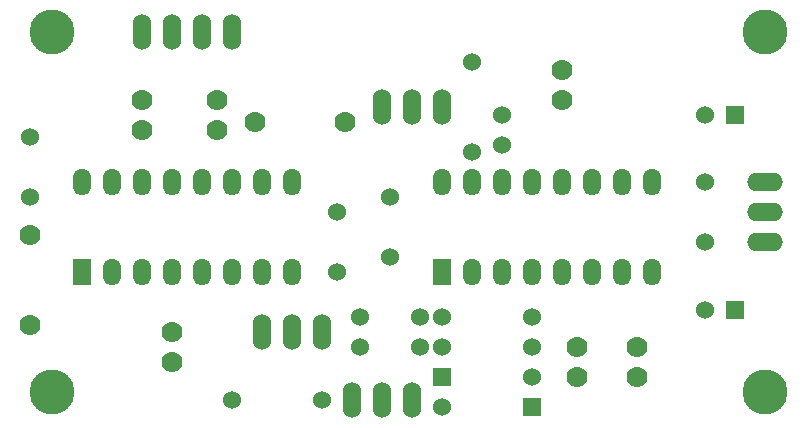
<source format=gts>
G04 (created by PCBNEW (2013-jul-07)-stable) date Thu 15 Dec 2016 11:15:19 PM CST*
%MOIN*%
G04 Gerber Fmt 3.4, Leading zero omitted, Abs format*
%FSLAX34Y34*%
G01*
G70*
G90*
G04 APERTURE LIST*
%ADD10C,0.00590551*%
%ADD11C,0.07*%
%ADD12R,0.06X0.06*%
%ADD13C,0.06*%
%ADD14R,0.06X0.09*%
%ADD15O,0.06X0.09*%
%ADD16O,0.06X0.12*%
%ADD17O,0.12X0.06*%
%ADD18C,0.15*%
G04 APERTURE END LIST*
G54D10*
G54D11*
X72500Y-51000D03*
X72500Y-54000D03*
X80000Y-47250D03*
X83000Y-47250D03*
G54D12*
X96000Y-47000D03*
G54D13*
X95000Y-47000D03*
G54D12*
X96000Y-53500D03*
G54D13*
X95000Y-53500D03*
G54D11*
X92750Y-54750D03*
X92750Y-55750D03*
X78750Y-47500D03*
X78750Y-46500D03*
X76250Y-47500D03*
X76250Y-46500D03*
X77250Y-55250D03*
X77250Y-54250D03*
X90250Y-46500D03*
X90250Y-45500D03*
X90750Y-55750D03*
X90750Y-54750D03*
G54D13*
X87250Y-45250D03*
X87250Y-48250D03*
X89250Y-53750D03*
X86250Y-53750D03*
X89250Y-54750D03*
X86250Y-54750D03*
X82250Y-56500D03*
X79250Y-56500D03*
G54D14*
X74250Y-52250D03*
G54D15*
X75250Y-52250D03*
X76250Y-52250D03*
X77250Y-52250D03*
X78250Y-52250D03*
X79250Y-52250D03*
X80250Y-52250D03*
X81250Y-52250D03*
X81250Y-49250D03*
X80250Y-49250D03*
X79250Y-49250D03*
X78250Y-49250D03*
X77250Y-49250D03*
X76250Y-49250D03*
X75250Y-49250D03*
X74250Y-49250D03*
G54D14*
X86250Y-52250D03*
G54D15*
X87250Y-52250D03*
X88250Y-52250D03*
X89250Y-52250D03*
X90250Y-52250D03*
X91250Y-52250D03*
X92250Y-52250D03*
X93250Y-52250D03*
X93250Y-49250D03*
X92250Y-49250D03*
X91250Y-49250D03*
X90250Y-49250D03*
X89250Y-49250D03*
X88250Y-49250D03*
X87250Y-49250D03*
X86250Y-49250D03*
G54D13*
X72500Y-47750D03*
X72500Y-49750D03*
X95000Y-49250D03*
X95000Y-51250D03*
X84500Y-51750D03*
X84500Y-49750D03*
X82750Y-50250D03*
X82750Y-52250D03*
X85500Y-54750D03*
X83500Y-54750D03*
X85500Y-53750D03*
X83500Y-53750D03*
X88250Y-47000D03*
X88250Y-48000D03*
G54D16*
X76250Y-44250D03*
X77250Y-44250D03*
X78250Y-44250D03*
X79250Y-44250D03*
G54D17*
X97000Y-51250D03*
X97000Y-50250D03*
X97000Y-49250D03*
G54D16*
X83250Y-56500D03*
X85250Y-56500D03*
X84250Y-56500D03*
X82250Y-54250D03*
X80250Y-54250D03*
X81250Y-54250D03*
X86250Y-46750D03*
X84250Y-46750D03*
X85250Y-46750D03*
G54D12*
X89250Y-56750D03*
G54D13*
X86250Y-56750D03*
G54D12*
X86250Y-55750D03*
G54D13*
X89250Y-55750D03*
G54D18*
X97000Y-44250D03*
X73250Y-44250D03*
X73250Y-56250D03*
X97000Y-56250D03*
M02*

</source>
